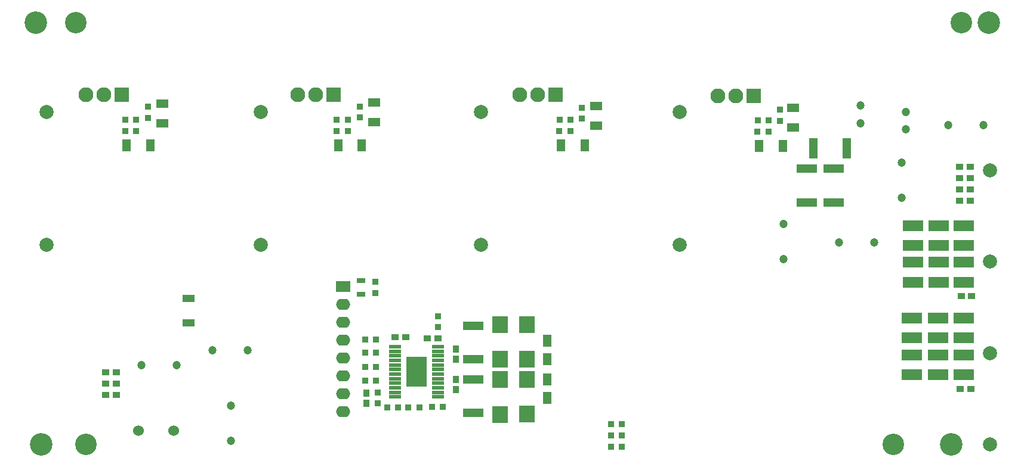
<source format=gts>
G04*
G04 #@! TF.GenerationSoftware,Altium Limited,Altium Designer,20.0.7 (75)*
G04*
G04 Layer_Color=8388736*
%FSLAX25Y25*%
%MOIN*%
G70*
G01*
G75*
%ADD40R,0.03563X0.03367*%
%ADD41R,0.03367X0.03563*%
%ADD42C,0.12000*%
%ADD43R,0.04941X0.06910*%
%ADD44R,0.03957X0.03760*%
%ADD45R,0.03760X0.03957*%
%ADD46R,0.08878X0.09272*%
%ADD47R,0.11437X0.06319*%
%ADD48R,0.04744X0.06910*%
%ADD49R,0.07107X0.05138*%
%ADD50R,0.11831X0.17028*%
%ADD51R,0.06969X0.02244*%
%ADD52R,0.05138X0.02776*%
%ADD53R,0.03170X0.03170*%
%ADD54R,0.11831X0.04941*%
%ADD55R,0.04941X0.11831*%
%ADD56R,0.06910X0.03957*%
%ADD57C,0.07894*%
%ADD58C,0.04744*%
%ADD59C,0.12618*%
%ADD60R,0.08288X0.08288*%
%ADD61C,0.08288*%
%ADD62C,0.06020*%
%ADD63R,0.07894X0.06319*%
%ADD64O,0.07894X0.06319*%
D40*
X3319685Y590059D02*
D03*
Y596161D02*
D03*
X3433858Y755512D02*
D03*
Y749409D02*
D03*
X3544488Y748228D02*
D03*
Y754331D02*
D03*
X3191339Y749803D02*
D03*
Y755905D02*
D03*
X3309843Y756201D02*
D03*
Y750098D02*
D03*
X3353621Y638727D02*
D03*
Y632624D02*
D03*
D41*
X3331102Y587598D02*
D03*
X3325000D02*
D03*
X3427362Y742520D02*
D03*
X3421260D02*
D03*
X3538051Y742154D02*
D03*
X3531949D02*
D03*
X3350176Y588038D02*
D03*
X3356279D02*
D03*
X3336909Y587598D02*
D03*
X3343012D02*
D03*
X3312775Y602605D02*
D03*
X3318877D02*
D03*
X3318886Y618308D02*
D03*
X3312783D02*
D03*
X3421358Y748819D02*
D03*
X3427460D02*
D03*
X3538091Y748425D02*
D03*
X3531988D02*
D03*
X3184941Y748819D02*
D03*
X3178839D02*
D03*
X3296949D02*
D03*
X3303051D02*
D03*
X3318886Y610408D02*
D03*
X3312783D02*
D03*
Y625708D02*
D03*
X3318886D02*
D03*
X3184941Y742520D02*
D03*
X3178839D02*
D03*
X3303051D02*
D03*
X3296949D02*
D03*
X3456201Y565748D02*
D03*
X3450098D02*
D03*
Y572047D02*
D03*
X3456201D02*
D03*
X3456102Y578346D02*
D03*
X3450000D02*
D03*
D42*
X3607874Y566929D02*
D03*
X3156693D02*
D03*
X3645669Y803150D02*
D03*
X3151181D02*
D03*
D43*
X3414468Y625197D02*
D03*
Y614764D02*
D03*
X3414567Y593110D02*
D03*
Y603543D02*
D03*
D44*
X3347531Y626522D02*
D03*
X3353436D02*
D03*
X3644936Y709676D02*
D03*
X3650842D02*
D03*
X3644936Y703376D02*
D03*
X3650842D02*
D03*
X3329578Y627022D02*
D03*
X3335484D02*
D03*
X3645669Y650000D02*
D03*
X3651575D02*
D03*
X3645275Y598032D02*
D03*
X3651181D02*
D03*
X3167949Y594593D02*
D03*
X3173854D02*
D03*
X3167972Y600945D02*
D03*
X3173878D02*
D03*
X3644936Y722274D02*
D03*
X3650842D02*
D03*
X3644936Y715975D02*
D03*
X3650842D02*
D03*
X3167972Y607244D02*
D03*
X3173878D02*
D03*
D45*
X3363483Y620475D02*
D03*
Y614569D02*
D03*
Y597616D02*
D03*
Y603522D02*
D03*
X3313386Y589961D02*
D03*
Y595866D02*
D03*
D46*
X3403051Y603445D02*
D03*
Y583957D02*
D03*
Y614665D02*
D03*
Y634154D02*
D03*
X3388091Y603346D02*
D03*
Y583858D02*
D03*
X3387992Y614567D02*
D03*
Y634055D02*
D03*
D47*
X3647244Y689370D02*
D03*
Y678346D02*
D03*
Y668898D02*
D03*
Y657874D02*
D03*
X3633071Y689370D02*
D03*
Y678346D02*
D03*
X3618110Y616929D02*
D03*
Y605905D02*
D03*
X3647244Y637795D02*
D03*
Y626772D02*
D03*
X3632677D02*
D03*
Y637795D02*
D03*
X3633071Y657874D02*
D03*
Y668898D02*
D03*
X3618898Y678346D02*
D03*
Y689370D02*
D03*
Y657874D02*
D03*
Y668898D02*
D03*
X3618110Y626772D02*
D03*
Y637795D02*
D03*
X3632677Y605905D02*
D03*
Y616929D02*
D03*
X3647244D02*
D03*
Y605905D02*
D03*
D48*
X3435335Y734252D02*
D03*
X3422146D02*
D03*
X3192815D02*
D03*
X3179626D02*
D03*
X3297736D02*
D03*
X3310925D02*
D03*
X3532906Y734154D02*
D03*
X3546095D02*
D03*
D49*
X3317717Y758268D02*
D03*
Y747244D02*
D03*
X3551968Y744488D02*
D03*
Y755512D02*
D03*
X3199606Y757874D02*
D03*
Y746850D02*
D03*
X3441732Y745276D02*
D03*
Y756299D02*
D03*
D50*
X3341476Y607683D02*
D03*
D51*
X3329468Y621758D02*
D03*
Y619199D02*
D03*
Y616640D02*
D03*
Y614081D02*
D03*
Y611522D02*
D03*
Y608963D02*
D03*
Y606404D02*
D03*
Y603845D02*
D03*
Y601286D02*
D03*
Y598727D02*
D03*
Y596168D02*
D03*
Y593609D02*
D03*
X3353484Y621758D02*
D03*
Y619199D02*
D03*
Y616640D02*
D03*
Y614081D02*
D03*
Y611522D02*
D03*
Y608963D02*
D03*
Y606404D02*
D03*
Y603845D02*
D03*
Y601286D02*
D03*
Y598727D02*
D03*
Y596168D02*
D03*
Y593609D02*
D03*
D52*
X3310557Y651147D02*
D03*
Y658627D02*
D03*
D53*
X3318363Y651843D02*
D03*
Y658143D02*
D03*
D54*
X3372984Y603522D02*
D03*
Y584821D02*
D03*
X3574409Y721260D02*
D03*
Y702559D02*
D03*
X3559449D02*
D03*
Y721260D02*
D03*
X3372984Y633372D02*
D03*
Y614672D02*
D03*
D55*
X3563091Y732677D02*
D03*
X3581791D02*
D03*
D56*
X3214114Y648858D02*
D03*
Y635079D02*
D03*
D57*
X3661811Y720472D02*
D03*
Y669291D02*
D03*
Y618110D02*
D03*
Y566929D02*
D03*
X3488500Y752913D02*
D03*
Y678740D02*
D03*
X3134851D02*
D03*
Y752913D02*
D03*
X3377559D02*
D03*
Y678740D02*
D03*
X3254331D02*
D03*
Y752913D02*
D03*
D58*
X3546358Y670768D02*
D03*
Y690453D02*
D03*
X3612598Y724803D02*
D03*
Y705118D02*
D03*
X3577559Y679921D02*
D03*
X3597244D02*
D03*
X3237795Y588583D02*
D03*
Y568898D02*
D03*
X3247244Y619685D02*
D03*
X3227559D02*
D03*
X3658268Y745669D02*
D03*
X3638583D02*
D03*
X3187795Y611417D02*
D03*
X3207480D02*
D03*
X3589370Y756693D02*
D03*
Y746850D02*
D03*
X3614960Y743307D02*
D03*
Y753150D02*
D03*
D59*
X3640157Y566929D02*
D03*
X3128740Y803150D02*
D03*
X3131890Y566929D02*
D03*
X3661024Y803150D02*
D03*
D60*
X3176772Y762598D02*
D03*
X3295275D02*
D03*
X3419291D02*
D03*
X3529900Y762047D02*
D03*
D61*
X3166772Y762598D02*
D03*
X3156772D02*
D03*
X3275275D02*
D03*
X3285276D02*
D03*
X3409291D02*
D03*
X3399291D02*
D03*
X3509900Y762047D02*
D03*
X3519900D02*
D03*
D62*
X3205906Y574803D02*
D03*
X3186221D02*
D03*
D63*
X3300471Y655361D02*
D03*
D64*
Y645361D02*
D03*
Y635361D02*
D03*
Y625361D02*
D03*
Y615361D02*
D03*
Y605361D02*
D03*
Y595361D02*
D03*
Y585361D02*
D03*
M02*

</source>
